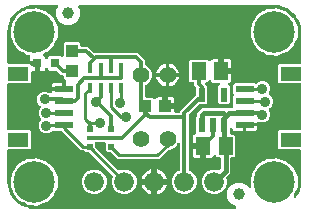
<source format=gbr>
G04 EAGLE Gerber RS-274X export*
G75*
%MOMM*%
%FSLAX34Y34*%
%LPD*%
%INTop Copper*%
%IPPOS*%
%AMOC8*
5,1,8,0,0,1.08239X$1,22.5*%
G01*
%ADD10R,1.240000X1.500000*%
%ADD11R,0.550000X1.200000*%
%ADD12R,1.075000X1.000000*%
%ADD13R,0.450000X0.900000*%
%ADD14R,0.500000X0.500000*%
%ADD15R,0.500000X0.400000*%
%ADD16C,3.516000*%
%ADD17R,1.550000X0.600000*%
%ADD18R,1.800000X1.200000*%
%ADD19C,1.000000*%
%ADD20R,0.800000X0.800000*%
%ADD21R,1.000000X1.075000*%
%ADD22C,1.676400*%
%ADD23C,1.422400*%
%ADD24C,0.304800*%
%ADD25C,0.889000*%
%ADD26C,0.254000*%
%ADD27C,0.406400*%

G36*
X195383Y2559D02*
X195383Y2559D01*
X195529Y2574D01*
X195541Y2579D01*
X195555Y2581D01*
X195690Y2634D01*
X195827Y2685D01*
X195838Y2693D01*
X195850Y2698D01*
X195968Y2783D01*
X196088Y2866D01*
X196097Y2876D01*
X196108Y2884D01*
X196201Y2997D01*
X196296Y3107D01*
X196302Y3119D01*
X196310Y3129D01*
X196372Y3261D01*
X196437Y3392D01*
X196440Y3405D01*
X196446Y3417D01*
X196473Y3559D01*
X196504Y3703D01*
X196503Y3716D01*
X196506Y3729D01*
X196497Y3874D01*
X196491Y4020D01*
X196487Y4033D01*
X196486Y4047D01*
X196441Y4185D01*
X196399Y4325D01*
X196392Y4337D01*
X196388Y4349D01*
X196310Y4472D01*
X196235Y4597D01*
X196225Y4607D01*
X196218Y4618D01*
X196112Y4718D01*
X196008Y4820D01*
X195992Y4830D01*
X195986Y4836D01*
X195971Y4844D01*
X195874Y4909D01*
X191409Y7487D01*
X188729Y12128D01*
X188729Y17488D01*
X191409Y22129D01*
X196050Y24809D01*
X201409Y24809D01*
X206051Y22129D01*
X206619Y21145D01*
X206707Y21029D01*
X206792Y20911D01*
X206803Y20902D01*
X206811Y20892D01*
X206925Y20801D01*
X207037Y20708D01*
X207050Y20703D01*
X207060Y20694D01*
X207194Y20635D01*
X207325Y20573D01*
X207338Y20570D01*
X207351Y20565D01*
X207495Y20540D01*
X207638Y20513D01*
X207651Y20514D01*
X207664Y20512D01*
X207810Y20524D01*
X207955Y20533D01*
X207968Y20537D01*
X207981Y20538D01*
X208119Y20586D01*
X208257Y20631D01*
X208269Y20638D01*
X208282Y20642D01*
X208403Y20723D01*
X208526Y20801D01*
X208535Y20811D01*
X208547Y20818D01*
X208644Y20926D01*
X208744Y21033D01*
X208751Y21044D01*
X208760Y21054D01*
X208827Y21184D01*
X208898Y21311D01*
X208901Y21324D01*
X208907Y21336D01*
X208941Y21478D01*
X208977Y21619D01*
X208978Y21637D01*
X208980Y21646D01*
X208980Y21663D01*
X208987Y21780D01*
X208987Y22822D01*
X208981Y22874D01*
X208983Y22926D01*
X208960Y23086D01*
X208468Y25400D01*
X208960Y27714D01*
X208964Y27767D01*
X208977Y27817D01*
X208987Y27978D01*
X208987Y29301D01*
X209579Y30729D01*
X209588Y30763D01*
X209604Y30795D01*
X209647Y30951D01*
X210208Y33589D01*
X211411Y35244D01*
X211444Y35305D01*
X211486Y35360D01*
X211557Y35504D01*
X211973Y36510D01*
X213209Y37746D01*
X213221Y37761D01*
X213236Y37773D01*
X213339Y37897D01*
X215129Y40361D01*
X216631Y41228D01*
X216699Y41280D01*
X216773Y41324D01*
X216875Y41414D01*
X216884Y41421D01*
X216887Y41424D01*
X216893Y41430D01*
X217490Y42027D01*
X219266Y42762D01*
X219268Y42764D01*
X219271Y42764D01*
X219415Y42836D01*
X222379Y44547D01*
X223798Y44696D01*
X223898Y44720D01*
X223999Y44734D01*
X224087Y44764D01*
X224108Y44769D01*
X224120Y44775D01*
X224151Y44786D01*
X224699Y45013D01*
X226743Y45013D01*
X226760Y45015D01*
X226876Y45020D01*
X230704Y45422D01*
X231773Y45075D01*
X231890Y45053D01*
X232005Y45023D01*
X232065Y45019D01*
X232085Y45015D01*
X232106Y45017D01*
X232165Y45013D01*
X232501Y45013D01*
X234409Y44222D01*
X234430Y44217D01*
X234503Y44188D01*
X238666Y42835D01*
X239278Y42285D01*
X239389Y42207D01*
X239497Y42126D01*
X239527Y42111D01*
X239539Y42103D01*
X239559Y42096D01*
X239641Y42055D01*
X239710Y42027D01*
X241005Y40732D01*
X241019Y40721D01*
X241053Y40686D01*
X244887Y37234D01*
X245100Y36756D01*
X245179Y36626D01*
X245450Y35971D01*
X245455Y35962D01*
X245463Y35941D01*
X248292Y29586D01*
X248292Y21214D01*
X245463Y14859D01*
X245460Y14849D01*
X245450Y14829D01*
X245194Y14211D01*
X245175Y14187D01*
X245170Y14178D01*
X245168Y14175D01*
X245163Y14165D01*
X245100Y14044D01*
X244985Y13785D01*
X244977Y13759D01*
X244964Y13736D01*
X244931Y13607D01*
X244893Y13480D01*
X244892Y13454D01*
X244885Y13428D01*
X244885Y13295D01*
X244879Y13163D01*
X244885Y13136D01*
X244885Y13110D01*
X244918Y12981D01*
X244945Y12851D01*
X244957Y12828D01*
X244964Y12802D01*
X245028Y12686D01*
X245087Y12567D01*
X245104Y12546D01*
X245117Y12523D01*
X245207Y12426D01*
X245294Y12326D01*
X245316Y12310D01*
X245334Y12291D01*
X245446Y12220D01*
X245555Y12144D01*
X245580Y12135D01*
X245603Y12120D01*
X245729Y12079D01*
X245853Y12033D01*
X245880Y12030D01*
X245905Y12022D01*
X246038Y12014D01*
X246170Y12000D01*
X246196Y12003D01*
X246223Y12002D01*
X246353Y12026D01*
X246484Y12046D01*
X246509Y12056D01*
X246535Y12061D01*
X246655Y12117D01*
X246778Y12169D01*
X246799Y12185D01*
X246823Y12196D01*
X246925Y12281D01*
X247031Y12361D01*
X247048Y12382D01*
X247068Y12398D01*
X247171Y12522D01*
X248864Y14852D01*
X248921Y14956D01*
X248985Y15056D01*
X249007Y15113D01*
X249017Y15131D01*
X249022Y15151D01*
X249044Y15206D01*
X251131Y21630D01*
X251144Y21698D01*
X251167Y21764D01*
X251190Y21923D01*
X251455Y25300D01*
X251455Y25304D01*
X251456Y25307D01*
X251455Y25326D01*
X251459Y25400D01*
X251459Y51598D01*
X251444Y51716D01*
X251437Y51835D01*
X251424Y51873D01*
X251419Y51914D01*
X251376Y52024D01*
X251339Y52137D01*
X251317Y52172D01*
X251302Y52209D01*
X251233Y52305D01*
X251169Y52406D01*
X251139Y52434D01*
X251116Y52467D01*
X251024Y52543D01*
X250937Y52624D01*
X250902Y52644D01*
X250871Y52669D01*
X250763Y52720D01*
X250659Y52778D01*
X250619Y52788D01*
X250583Y52805D01*
X250466Y52827D01*
X250351Y52857D01*
X250291Y52861D01*
X250271Y52865D01*
X250250Y52863D01*
X250190Y52867D01*
X232618Y52867D01*
X231427Y54058D01*
X231427Y67742D01*
X232618Y68933D01*
X250190Y68933D01*
X250308Y68948D01*
X250427Y68955D01*
X250465Y68968D01*
X250506Y68973D01*
X250616Y69016D01*
X250729Y69053D01*
X250764Y69075D01*
X250801Y69090D01*
X250897Y69159D01*
X250998Y69223D01*
X251026Y69253D01*
X251059Y69276D01*
X251135Y69368D01*
X251216Y69455D01*
X251236Y69490D01*
X251261Y69521D01*
X251312Y69629D01*
X251370Y69733D01*
X251380Y69773D01*
X251397Y69809D01*
X251419Y69926D01*
X251449Y70041D01*
X251453Y70101D01*
X251457Y70121D01*
X251455Y70142D01*
X251459Y70202D01*
X251459Y107598D01*
X251444Y107716D01*
X251437Y107835D01*
X251424Y107873D01*
X251419Y107914D01*
X251376Y108024D01*
X251339Y108137D01*
X251317Y108172D01*
X251302Y108209D01*
X251233Y108305D01*
X251169Y108406D01*
X251139Y108434D01*
X251116Y108467D01*
X251024Y108543D01*
X250937Y108624D01*
X250902Y108644D01*
X250871Y108669D01*
X250763Y108720D01*
X250659Y108778D01*
X250619Y108788D01*
X250583Y108805D01*
X250466Y108827D01*
X250351Y108857D01*
X250291Y108861D01*
X250271Y108865D01*
X250250Y108863D01*
X250190Y108867D01*
X232618Y108867D01*
X231427Y110058D01*
X231427Y123742D01*
X232618Y124933D01*
X250190Y124933D01*
X250308Y124948D01*
X250427Y124955D01*
X250465Y124968D01*
X250506Y124973D01*
X250616Y125016D01*
X250729Y125053D01*
X250764Y125075D01*
X250801Y125090D01*
X250897Y125159D01*
X250998Y125223D01*
X251026Y125253D01*
X251059Y125276D01*
X251135Y125368D01*
X251216Y125455D01*
X251236Y125490D01*
X251261Y125521D01*
X251312Y125629D01*
X251370Y125733D01*
X251380Y125773D01*
X251397Y125809D01*
X251419Y125926D01*
X251449Y126041D01*
X251453Y126101D01*
X251457Y126121D01*
X251455Y126142D01*
X251459Y126202D01*
X251459Y152400D01*
X251457Y152422D01*
X251455Y152500D01*
X251190Y155877D01*
X251176Y155945D01*
X251171Y156014D01*
X251131Y156170D01*
X249044Y162594D01*
X248993Y162701D01*
X248950Y162812D01*
X248917Y162863D01*
X248909Y162882D01*
X248896Y162897D01*
X248864Y162948D01*
X247171Y165278D01*
X247153Y165297D01*
X247139Y165320D01*
X247044Y165413D01*
X246953Y165509D01*
X246931Y165524D01*
X246912Y165542D01*
X246798Y165608D01*
X246792Y165624D01*
X246789Y165651D01*
X246740Y165775D01*
X246697Y165900D01*
X246682Y165922D01*
X246672Y165947D01*
X246586Y166083D01*
X244893Y168413D01*
X244812Y168499D01*
X244736Y168591D01*
X244690Y168629D01*
X244676Y168644D01*
X244658Y168655D01*
X244612Y168693D01*
X239148Y172664D01*
X239044Y172721D01*
X238944Y172785D01*
X238887Y172807D01*
X238869Y172817D01*
X238849Y172822D01*
X238794Y172844D01*
X232370Y174931D01*
X232302Y174944D01*
X232236Y174967D01*
X232077Y174990D01*
X228700Y175255D01*
X228678Y175254D01*
X228600Y175259D01*
X63744Y175259D01*
X63612Y175243D01*
X63480Y175232D01*
X63455Y175223D01*
X63428Y175219D01*
X63305Y175171D01*
X63180Y175127D01*
X63157Y175112D01*
X63132Y175102D01*
X63026Y175025D01*
X62915Y174951D01*
X62897Y174931D01*
X62875Y174916D01*
X62791Y174813D01*
X62702Y174715D01*
X62689Y174691D01*
X62672Y174671D01*
X62616Y174551D01*
X62554Y174434D01*
X62548Y174407D01*
X62537Y174383D01*
X62512Y174253D01*
X62481Y174124D01*
X62482Y174097D01*
X62477Y174071D01*
X62485Y173939D01*
X62488Y173806D01*
X62495Y173780D01*
X62497Y173753D01*
X62537Y173627D01*
X62573Y173500D01*
X62590Y173465D01*
X62595Y173451D01*
X62606Y173432D01*
X62644Y173355D01*
X64001Y171006D01*
X64001Y165646D01*
X61321Y161005D01*
X56680Y158325D01*
X51321Y158325D01*
X46679Y161005D01*
X44000Y165646D01*
X44000Y171006D01*
X45356Y173355D01*
X45408Y173478D01*
X45464Y173597D01*
X45469Y173624D01*
X45480Y173649D01*
X45499Y173780D01*
X45524Y173910D01*
X45522Y173936D01*
X45526Y173963D01*
X45512Y174095D01*
X45504Y174227D01*
X45496Y174253D01*
X45493Y174279D01*
X45447Y174404D01*
X45406Y174529D01*
X45392Y174552D01*
X45382Y174578D01*
X45307Y174686D01*
X45236Y174798D01*
X45216Y174817D01*
X45201Y174839D01*
X45101Y174925D01*
X45004Y175016D01*
X44981Y175029D01*
X44960Y175047D01*
X44842Y175106D01*
X44726Y175170D01*
X44700Y175176D01*
X44676Y175188D01*
X44546Y175216D01*
X44418Y175249D01*
X44380Y175251D01*
X44364Y175255D01*
X44343Y175254D01*
X44257Y175259D01*
X25400Y175259D01*
X25378Y175257D01*
X25300Y175255D01*
X21923Y174990D01*
X21855Y174976D01*
X21786Y174971D01*
X21630Y174931D01*
X18892Y174041D01*
X18867Y174030D01*
X18841Y174024D01*
X18724Y173963D01*
X18604Y173906D01*
X18583Y173889D01*
X18560Y173877D01*
X18462Y173789D01*
X18445Y173788D01*
X18418Y173793D01*
X18286Y173785D01*
X18153Y173783D01*
X18128Y173775D01*
X18101Y173774D01*
X17945Y173734D01*
X15206Y172844D01*
X15099Y172794D01*
X14988Y172750D01*
X14937Y172717D01*
X14918Y172709D01*
X14903Y172696D01*
X14852Y172664D01*
X9388Y168693D01*
X9301Y168612D01*
X9209Y168536D01*
X9171Y168490D01*
X9156Y168476D01*
X9145Y168458D01*
X9107Y168412D01*
X5136Y162948D01*
X5079Y162844D01*
X5015Y162744D01*
X4993Y162687D01*
X4983Y162669D01*
X4978Y162649D01*
X4956Y162594D01*
X2869Y156170D01*
X2856Y156102D01*
X2833Y156036D01*
X2810Y155877D01*
X2545Y152500D01*
X2546Y152478D01*
X2541Y152400D01*
X2541Y126202D01*
X2556Y126084D01*
X2563Y125965D01*
X2576Y125927D01*
X2581Y125886D01*
X2624Y125776D01*
X2661Y125663D01*
X2683Y125628D01*
X2698Y125591D01*
X2767Y125495D01*
X2831Y125394D01*
X2861Y125366D01*
X2884Y125333D01*
X2976Y125257D01*
X3063Y125176D01*
X3098Y125156D01*
X3129Y125131D01*
X3237Y125080D01*
X3341Y125022D01*
X3381Y125012D01*
X3417Y124995D01*
X3534Y124973D01*
X3649Y124943D01*
X3709Y124939D01*
X3729Y124935D01*
X3750Y124937D01*
X3810Y124933D01*
X21382Y124933D01*
X22212Y124102D01*
X22291Y124042D01*
X22363Y123974D01*
X22416Y123945D01*
X22464Y123908D01*
X22555Y123868D01*
X22641Y123820D01*
X22700Y123805D01*
X22755Y123781D01*
X22853Y123766D01*
X22949Y123741D01*
X23049Y123735D01*
X23069Y123731D01*
X23082Y123732D01*
X23110Y123731D01*
X26061Y123731D01*
X26061Y119189D01*
X23842Y119189D01*
X23724Y119174D01*
X23605Y119167D01*
X23567Y119154D01*
X23526Y119149D01*
X23416Y119106D01*
X23303Y119069D01*
X23268Y119047D01*
X23231Y119032D01*
X23135Y118963D01*
X23034Y118899D01*
X23006Y118869D01*
X22973Y118846D01*
X22897Y118754D01*
X22816Y118667D01*
X22796Y118632D01*
X22771Y118601D01*
X22720Y118493D01*
X22662Y118389D01*
X22652Y118349D01*
X22635Y118313D01*
X22613Y118196D01*
X22583Y118081D01*
X22579Y118021D01*
X22575Y118001D01*
X22577Y117980D01*
X22573Y117920D01*
X22573Y110058D01*
X21382Y108867D01*
X3810Y108867D01*
X3692Y108852D01*
X3573Y108845D01*
X3535Y108832D01*
X3494Y108827D01*
X3384Y108784D01*
X3271Y108747D01*
X3236Y108725D01*
X3199Y108710D01*
X3103Y108641D01*
X3002Y108577D01*
X2974Y108547D01*
X2941Y108524D01*
X2865Y108432D01*
X2784Y108345D01*
X2764Y108310D01*
X2739Y108279D01*
X2688Y108171D01*
X2630Y108067D01*
X2620Y108027D01*
X2603Y107991D01*
X2581Y107874D01*
X2551Y107759D01*
X2547Y107698D01*
X2543Y107679D01*
X2545Y107658D01*
X2541Y107598D01*
X2541Y70202D01*
X2556Y70084D01*
X2563Y69965D01*
X2576Y69927D01*
X2581Y69886D01*
X2624Y69776D01*
X2661Y69663D01*
X2683Y69628D01*
X2698Y69591D01*
X2767Y69495D01*
X2831Y69394D01*
X2861Y69366D01*
X2884Y69333D01*
X2976Y69257D01*
X3063Y69176D01*
X3098Y69156D01*
X3129Y69131D01*
X3237Y69080D01*
X3341Y69022D01*
X3381Y69012D01*
X3417Y68995D01*
X3534Y68973D01*
X3649Y68943D01*
X3709Y68939D01*
X3729Y68935D01*
X3750Y68937D01*
X3810Y68933D01*
X21382Y68933D01*
X22573Y67742D01*
X22573Y54058D01*
X21382Y52867D01*
X3810Y52867D01*
X3692Y52852D01*
X3573Y52845D01*
X3535Y52832D01*
X3494Y52827D01*
X3384Y52784D01*
X3271Y52747D01*
X3236Y52725D01*
X3199Y52710D01*
X3103Y52641D01*
X3002Y52577D01*
X2974Y52547D01*
X2941Y52524D01*
X2865Y52432D01*
X2784Y52345D01*
X2764Y52310D01*
X2739Y52279D01*
X2688Y52171D01*
X2630Y52067D01*
X2620Y52027D01*
X2603Y51991D01*
X2581Y51874D01*
X2551Y51759D01*
X2547Y51699D01*
X2543Y51679D01*
X2545Y51658D01*
X2541Y51598D01*
X2541Y25400D01*
X2543Y25378D01*
X2545Y25300D01*
X2810Y21923D01*
X2824Y21855D01*
X2829Y21786D01*
X2869Y21630D01*
X4956Y15206D01*
X5006Y15099D01*
X5050Y14988D01*
X5083Y14937D01*
X5091Y14918D01*
X5104Y14903D01*
X5136Y14852D01*
X9107Y9388D01*
X9127Y9366D01*
X9138Y9348D01*
X9184Y9305D01*
X9188Y9301D01*
X9264Y9209D01*
X9310Y9171D01*
X9324Y9156D01*
X9342Y9145D01*
X9388Y9107D01*
X14852Y5136D01*
X14956Y5079D01*
X15056Y5015D01*
X15113Y4993D01*
X15131Y4983D01*
X15151Y4978D01*
X15206Y4956D01*
X17945Y4066D01*
X17971Y4061D01*
X17996Y4051D01*
X18127Y4031D01*
X18257Y4006D01*
X18284Y4008D01*
X18310Y4004D01*
X18441Y4018D01*
X18455Y4008D01*
X18474Y3989D01*
X18585Y3917D01*
X18694Y3842D01*
X18719Y3832D01*
X18742Y3818D01*
X18891Y3759D01*
X21630Y2869D01*
X21698Y2856D01*
X21764Y2833D01*
X21923Y2810D01*
X25300Y2545D01*
X25322Y2546D01*
X25400Y2541D01*
X195239Y2541D01*
X195383Y2559D01*
G37*
%LPC*%
G36*
X99528Y14985D02*
X99528Y14985D01*
X95701Y16571D01*
X92771Y19501D01*
X91185Y23328D01*
X91185Y27472D01*
X91936Y29285D01*
X91944Y29313D01*
X91958Y29340D01*
X91986Y29466D01*
X92020Y29592D01*
X92021Y29621D01*
X92027Y29650D01*
X92023Y29780D01*
X92025Y29910D01*
X92018Y29938D01*
X92018Y29968D01*
X91981Y30092D01*
X91951Y30219D01*
X91937Y30245D01*
X91929Y30273D01*
X91863Y30385D01*
X91802Y30500D01*
X91783Y30522D01*
X91768Y30547D01*
X91661Y30668D01*
X71869Y50461D01*
X71790Y50521D01*
X71718Y50589D01*
X71665Y50618D01*
X71617Y50655D01*
X71526Y50695D01*
X71440Y50743D01*
X71381Y50758D01*
X71326Y50782D01*
X71228Y50797D01*
X71132Y50822D01*
X71032Y50828D01*
X71011Y50832D01*
X70999Y50830D01*
X70971Y50832D01*
X68938Y50832D01*
X68080Y51690D01*
X68002Y51751D01*
X67929Y51819D01*
X67876Y51848D01*
X67829Y51885D01*
X67738Y51925D01*
X67651Y51973D01*
X67592Y51988D01*
X67537Y52012D01*
X67439Y52027D01*
X67343Y52052D01*
X67243Y52058D01*
X67223Y52062D01*
X67210Y52060D01*
X67182Y52062D01*
X65197Y52062D01*
X62891Y54369D01*
X48764Y68496D01*
X48685Y68556D01*
X48613Y68624D01*
X48560Y68653D01*
X48512Y68690D01*
X48421Y68730D01*
X48335Y68778D01*
X48276Y68793D01*
X48221Y68817D01*
X48123Y68832D01*
X48027Y68857D01*
X47927Y68863D01*
X47907Y68867D01*
X47894Y68865D01*
X47866Y68867D01*
X41804Y68867D01*
X41750Y68895D01*
X41711Y68904D01*
X41673Y68920D01*
X41556Y68939D01*
X41440Y68965D01*
X41399Y68963D01*
X41359Y68970D01*
X41241Y68959D01*
X41122Y68955D01*
X41083Y68944D01*
X41043Y68940D01*
X40931Y68900D01*
X40816Y68867D01*
X40782Y68846D01*
X40743Y68832D01*
X40645Y68765D01*
X40542Y68705D01*
X40497Y68665D01*
X40480Y68654D01*
X40467Y68639D01*
X40422Y68599D01*
X39229Y67406D01*
X36849Y66420D01*
X34271Y66420D01*
X31891Y67406D01*
X30068Y69229D01*
X29082Y71609D01*
X29082Y74187D01*
X30068Y76567D01*
X30963Y77462D01*
X31036Y77556D01*
X31114Y77645D01*
X31133Y77681D01*
X31158Y77713D01*
X31205Y77822D01*
X31259Y77928D01*
X31268Y77967D01*
X31284Y78005D01*
X31303Y78122D01*
X31329Y78238D01*
X31327Y78279D01*
X31334Y78319D01*
X31323Y78437D01*
X31319Y78556D01*
X31308Y78595D01*
X31304Y78635D01*
X31264Y78747D01*
X31231Y78862D01*
X31210Y78897D01*
X31196Y78935D01*
X31129Y79033D01*
X31069Y79136D01*
X31029Y79181D01*
X31018Y79198D01*
X31002Y79211D01*
X30963Y79257D01*
X30068Y80151D01*
X29082Y82531D01*
X29082Y85109D01*
X30068Y87489D01*
X30582Y88002D01*
X30654Y88096D01*
X30733Y88186D01*
X30752Y88222D01*
X30777Y88254D01*
X30824Y88363D01*
X30878Y88469D01*
X30887Y88508D01*
X30903Y88546D01*
X30922Y88663D01*
X30948Y88779D01*
X30946Y88820D01*
X30953Y88860D01*
X30942Y88978D01*
X30938Y89097D01*
X30927Y89136D01*
X30923Y89176D01*
X30883Y89288D01*
X30850Y89403D01*
X30829Y89438D01*
X30815Y89476D01*
X30749Y89574D01*
X30688Y89677D01*
X30648Y89722D01*
X30637Y89739D01*
X30621Y89752D01*
X30582Y89797D01*
X28798Y91581D01*
X27812Y93961D01*
X27812Y96539D01*
X28798Y98919D01*
X30621Y100742D01*
X33001Y101728D01*
X35579Y101728D01*
X37959Y100742D01*
X38082Y100618D01*
X38170Y100550D01*
X38207Y100516D01*
X38225Y100506D01*
X38299Y100444D01*
X38318Y100436D01*
X38334Y100423D01*
X38462Y100368D01*
X38587Y100309D01*
X38607Y100305D01*
X38626Y100297D01*
X38763Y100275D01*
X38900Y100249D01*
X38920Y100250D01*
X38940Y100247D01*
X39078Y100260D01*
X39217Y100269D01*
X39236Y100275D01*
X39256Y100277D01*
X39387Y100324D01*
X39519Y100367D01*
X39537Y100378D01*
X39556Y100385D01*
X39671Y100463D01*
X39788Y100537D01*
X39802Y100552D01*
X39819Y100563D01*
X39911Y100667D01*
X40006Y100769D01*
X40016Y100786D01*
X40029Y100802D01*
X40093Y100926D01*
X40160Y101047D01*
X40165Y101067D01*
X40174Y101085D01*
X40204Y101221D01*
X40239Y101355D01*
X40241Y101383D01*
X40244Y101395D01*
X40243Y101416D01*
X40245Y101455D01*
X40247Y101462D01*
X40246Y101469D01*
X40249Y101516D01*
X40249Y102401D01*
X50310Y102401D01*
X50428Y102416D01*
X50547Y102423D01*
X50585Y102435D01*
X50625Y102441D01*
X50736Y102484D01*
X50849Y102521D01*
X50883Y102543D01*
X50921Y102558D01*
X51017Y102627D01*
X51118Y102691D01*
X51146Y102721D01*
X51178Y102744D01*
X51254Y102836D01*
X51336Y102923D01*
X51355Y102958D01*
X51381Y102989D01*
X51401Y103033D01*
X51477Y103088D01*
X51578Y103151D01*
X51606Y103181D01*
X51639Y103205D01*
X51715Y103296D01*
X51796Y103383D01*
X51816Y103418D01*
X51841Y103450D01*
X51892Y103557D01*
X51950Y103662D01*
X51960Y103701D01*
X51977Y103737D01*
X51999Y103854D01*
X52029Y103970D01*
X52033Y104030D01*
X52037Y104050D01*
X52035Y104070D01*
X52039Y104130D01*
X52039Y110249D01*
X52054Y110279D01*
X52059Y110299D01*
X52067Y110317D01*
X52094Y110454D01*
X52124Y110589D01*
X52123Y110610D01*
X52127Y110629D01*
X52119Y110768D01*
X52114Y110907D01*
X52109Y110927D01*
X52107Y110947D01*
X52065Y111079D01*
X52026Y111213D01*
X52016Y111230D01*
X52009Y111249D01*
X51935Y111367D01*
X51864Y111487D01*
X51846Y111508D01*
X51839Y111518D01*
X51824Y111532D01*
X51758Y111607D01*
X50219Y113147D01*
X50219Y114538D01*
X50204Y114656D01*
X50197Y114775D01*
X50184Y114813D01*
X50179Y114853D01*
X50135Y114964D01*
X50099Y115077D01*
X50077Y115111D01*
X50062Y115149D01*
X49992Y115245D01*
X49928Y115346D01*
X49899Y115373D01*
X49875Y115406D01*
X49783Y115482D01*
X49697Y115564D01*
X49661Y115583D01*
X49630Y115609D01*
X49523Y115660D01*
X49418Y115717D01*
X49379Y115727D01*
X49342Y115745D01*
X49226Y115767D01*
X49110Y115797D01*
X49050Y115800D01*
X49030Y115804D01*
X49010Y115803D01*
X48950Y115807D01*
X47953Y115807D01*
X44435Y119326D01*
X44356Y119386D01*
X44284Y119454D01*
X44231Y119483D01*
X44183Y119520D01*
X44092Y119560D01*
X44006Y119608D01*
X43947Y119623D01*
X43891Y119647D01*
X43793Y119662D01*
X43698Y119687D01*
X43598Y119693D01*
X43577Y119697D01*
X43565Y119695D01*
X43537Y119697D01*
X38218Y119697D01*
X37016Y120899D01*
X37008Y120962D01*
X36991Y121113D01*
X36988Y121119D01*
X36987Y121126D01*
X36931Y121269D01*
X36877Y121410D01*
X36873Y121416D01*
X36870Y121422D01*
X36781Y121546D01*
X36693Y121669D01*
X36688Y121674D01*
X36684Y121679D01*
X36565Y121777D01*
X36450Y121875D01*
X36444Y121878D01*
X36439Y121882D01*
X36301Y121947D01*
X36164Y122013D01*
X36157Y122015D01*
X36151Y122018D01*
X36003Y122046D01*
X35852Y122076D01*
X35845Y122076D01*
X35839Y122077D01*
X35687Y122068D01*
X35534Y122060D01*
X35528Y122058D01*
X35521Y122058D01*
X35377Y122011D01*
X35231Y121965D01*
X35225Y121962D01*
X35219Y121960D01*
X35090Y121878D01*
X34960Y121798D01*
X34956Y121793D01*
X34950Y121789D01*
X34845Y121678D01*
X34740Y121569D01*
X34737Y121563D01*
X34732Y121558D01*
X34658Y121424D01*
X34583Y121292D01*
X34581Y121283D01*
X34578Y121279D01*
X34576Y121269D01*
X34532Y121139D01*
X34428Y120749D01*
X34093Y120170D01*
X33620Y119697D01*
X33041Y119362D01*
X32394Y119189D01*
X30059Y119189D01*
X30059Y125000D01*
X30044Y125118D01*
X30037Y125237D01*
X30024Y125275D01*
X30019Y125315D01*
X29976Y125426D01*
X29939Y125539D01*
X29917Y125573D01*
X29902Y125611D01*
X29833Y125707D01*
X29769Y125808D01*
X29739Y125836D01*
X29716Y125868D01*
X29624Y125944D01*
X29537Y126026D01*
X29502Y126045D01*
X29471Y126071D01*
X29363Y126122D01*
X29259Y126179D01*
X29219Y126189D01*
X29183Y126207D01*
X29066Y126229D01*
X28951Y126259D01*
X28891Y126263D01*
X28871Y126266D01*
X28850Y126265D01*
X28790Y126269D01*
X28599Y126269D01*
X28599Y126460D01*
X28584Y126578D01*
X28577Y126697D01*
X28564Y126735D01*
X28559Y126776D01*
X28515Y126886D01*
X28479Y126999D01*
X28457Y127034D01*
X28442Y127071D01*
X28372Y127167D01*
X28309Y127268D01*
X28279Y127296D01*
X28255Y127329D01*
X28164Y127405D01*
X28077Y127486D01*
X28042Y127506D01*
X28010Y127531D01*
X27903Y127582D01*
X27798Y127640D01*
X27759Y127650D01*
X27723Y127667D01*
X27606Y127689D01*
X27490Y127719D01*
X27430Y127723D01*
X27410Y127727D01*
X27390Y127725D01*
X27330Y127729D01*
X21519Y127729D01*
X21519Y130064D01*
X21692Y130711D01*
X21899Y131068D01*
X21916Y131108D01*
X21939Y131144D01*
X21977Y131254D01*
X22022Y131362D01*
X22028Y131404D01*
X22042Y131445D01*
X22052Y131561D01*
X22069Y131676D01*
X22064Y131719D01*
X22068Y131762D01*
X22048Y131877D01*
X22036Y131992D01*
X22021Y132033D01*
X22013Y132075D01*
X21965Y132181D01*
X21925Y132291D01*
X21900Y132326D01*
X21883Y132365D01*
X21810Y132456D01*
X21743Y132552D01*
X21711Y132580D01*
X21684Y132613D01*
X21591Y132683D01*
X21503Y132760D01*
X21464Y132779D01*
X21430Y132805D01*
X21285Y132876D01*
X20951Y133014D01*
X20852Y133041D01*
X20757Y133077D01*
X20665Y133092D01*
X20644Y133098D01*
X20631Y133098D01*
X20598Y133104D01*
X19179Y133253D01*
X16215Y134964D01*
X16213Y134965D01*
X16210Y134967D01*
X16066Y135038D01*
X14290Y135773D01*
X13693Y136370D01*
X13626Y136422D01*
X13565Y136483D01*
X13451Y136558D01*
X13442Y136565D01*
X13438Y136567D01*
X13431Y136572D01*
X11929Y137439D01*
X10139Y139903D01*
X10126Y139917D01*
X10116Y139933D01*
X10009Y140054D01*
X8773Y141290D01*
X8357Y142296D01*
X8322Y142356D01*
X8297Y142420D01*
X8211Y142556D01*
X7008Y144211D01*
X6447Y146849D01*
X6436Y146883D01*
X6431Y146919D01*
X6379Y147071D01*
X5787Y148499D01*
X5787Y149822D01*
X5781Y149874D01*
X5783Y149926D01*
X5760Y150086D01*
X5268Y152400D01*
X5760Y154714D01*
X5764Y154767D01*
X5777Y154817D01*
X5787Y154978D01*
X5787Y156301D01*
X6379Y157729D01*
X6388Y157763D01*
X6404Y157795D01*
X6447Y157951D01*
X7008Y160589D01*
X8211Y162244D01*
X8244Y162305D01*
X8286Y162360D01*
X8357Y162504D01*
X8773Y163510D01*
X10009Y164746D01*
X10021Y164761D01*
X10036Y164773D01*
X10139Y164897D01*
X11929Y167361D01*
X13431Y168228D01*
X13499Y168280D01*
X13573Y168324D01*
X13675Y168414D01*
X13684Y168421D01*
X13687Y168424D01*
X13693Y168430D01*
X14290Y169027D01*
X16066Y169762D01*
X16068Y169764D01*
X16071Y169764D01*
X16215Y169836D01*
X18972Y171428D01*
X18993Y171444D01*
X19017Y171455D01*
X19119Y171540D01*
X19166Y171575D01*
X19203Y171568D01*
X19229Y171569D01*
X19256Y171565D01*
X19416Y171572D01*
X20598Y171696D01*
X20698Y171720D01*
X20799Y171734D01*
X20887Y171764D01*
X20908Y171769D01*
X20920Y171775D01*
X20951Y171786D01*
X21499Y172013D01*
X23543Y172013D01*
X23560Y172015D01*
X23676Y172020D01*
X27504Y172422D01*
X28573Y172075D01*
X28690Y172053D01*
X28805Y172023D01*
X28865Y172019D01*
X28885Y172015D01*
X28906Y172017D01*
X28965Y172013D01*
X29301Y172013D01*
X31209Y171222D01*
X31230Y171217D01*
X31303Y171188D01*
X35466Y169835D01*
X36078Y169285D01*
X36189Y169207D01*
X36297Y169126D01*
X36327Y169111D01*
X36339Y169103D01*
X36359Y169096D01*
X36441Y169055D01*
X36510Y169027D01*
X37805Y167732D01*
X37819Y167721D01*
X37853Y167686D01*
X41687Y164234D01*
X41900Y163756D01*
X41979Y163626D01*
X42250Y162971D01*
X42255Y162962D01*
X42263Y162941D01*
X45092Y156586D01*
X45092Y148214D01*
X42263Y141859D01*
X42260Y141849D01*
X42250Y141829D01*
X41994Y141211D01*
X41975Y141187D01*
X41970Y141179D01*
X41968Y141175D01*
X41963Y141164D01*
X41900Y141044D01*
X41687Y140566D01*
X37853Y137114D01*
X37841Y137100D01*
X37805Y137068D01*
X36510Y135773D01*
X36441Y135745D01*
X36324Y135678D01*
X36204Y135615D01*
X36177Y135594D01*
X36165Y135587D01*
X36150Y135572D01*
X36078Y135515D01*
X35466Y134965D01*
X33448Y134309D01*
X33351Y134264D01*
X33252Y134227D01*
X33208Y134196D01*
X33160Y134174D01*
X33078Y134106D01*
X32991Y134045D01*
X32956Y134005D01*
X32915Y133971D01*
X32852Y133885D01*
X32783Y133805D01*
X32759Y133757D01*
X32728Y133714D01*
X32688Y133615D01*
X32641Y133520D01*
X32630Y133468D01*
X32610Y133418D01*
X32597Y133313D01*
X32575Y133209D01*
X32577Y133156D01*
X32570Y133103D01*
X32584Y132997D01*
X32588Y132891D01*
X32603Y132840D01*
X32610Y132787D01*
X32649Y132688D01*
X32680Y132587D01*
X32707Y132541D01*
X32727Y132491D01*
X32789Y132405D01*
X32844Y132315D01*
X32882Y132277D01*
X32914Y132234D01*
X32996Y132166D01*
X33071Y132092D01*
X33142Y132045D01*
X33159Y132031D01*
X33173Y132024D01*
X33205Y132003D01*
X33620Y131763D01*
X34093Y131290D01*
X34428Y130711D01*
X34532Y130321D01*
X34590Y130180D01*
X34646Y130038D01*
X34650Y130033D01*
X34652Y130026D01*
X34744Y129902D01*
X34832Y129781D01*
X34838Y129776D01*
X34842Y129771D01*
X34960Y129675D01*
X35077Y129578D01*
X35084Y129575D01*
X35089Y129571D01*
X35229Y129507D01*
X35365Y129442D01*
X35372Y129441D01*
X35378Y129438D01*
X35529Y129411D01*
X35678Y129383D01*
X35684Y129383D01*
X35691Y129382D01*
X35843Y129393D01*
X35995Y129402D01*
X36001Y129404D01*
X36008Y129405D01*
X36153Y129454D01*
X36297Y129500D01*
X36303Y129504D01*
X36310Y129506D01*
X36437Y129589D01*
X36566Y129671D01*
X36571Y129676D01*
X36576Y129679D01*
X36680Y129791D01*
X36784Y129902D01*
X36787Y129908D01*
X36792Y129913D01*
X36864Y130047D01*
X36938Y130181D01*
X36939Y130187D01*
X36942Y130193D01*
X36979Y130341D01*
X37017Y130489D01*
X37018Y130498D01*
X37019Y130502D01*
X37019Y130513D01*
X37022Y130567D01*
X38218Y131763D01*
X47902Y131763D01*
X48052Y131613D01*
X48162Y131527D01*
X48269Y131439D01*
X48287Y131430D01*
X48303Y131418D01*
X48431Y131362D01*
X48557Y131303D01*
X48577Y131299D01*
X48595Y131291D01*
X48733Y131269D01*
X48869Y131243D01*
X48889Y131245D01*
X48909Y131241D01*
X49048Y131255D01*
X49187Y131263D01*
X49206Y131269D01*
X49226Y131271D01*
X49357Y131318D01*
X49489Y131361D01*
X49506Y131372D01*
X49525Y131379D01*
X49640Y131457D01*
X49758Y131531D01*
X49772Y131546D01*
X49788Y131557D01*
X49880Y131661D01*
X49976Y131763D01*
X49985Y131781D01*
X49999Y131796D01*
X50062Y131920D01*
X50129Y132041D01*
X50134Y132061D01*
X50143Y132079D01*
X50174Y132215D01*
X50209Y132349D01*
X50210Y132377D01*
X50213Y132389D01*
X50212Y132410D01*
X50219Y132510D01*
X50219Y142581D01*
X51410Y143771D01*
X63094Y143771D01*
X64284Y142581D01*
X64284Y141190D01*
X64299Y141071D01*
X64307Y140953D01*
X64319Y140914D01*
X64324Y140874D01*
X64368Y140763D01*
X64405Y140650D01*
X64426Y140616D01*
X64441Y140578D01*
X64511Y140482D01*
X64575Y140381D01*
X64604Y140354D01*
X64628Y140321D01*
X64720Y140245D01*
X64806Y140164D01*
X64842Y140144D01*
X64873Y140118D01*
X64981Y140067D01*
X65085Y140010D01*
X65124Y140000D01*
X65161Y139983D01*
X65278Y139960D01*
X65393Y139931D01*
X65453Y139927D01*
X65473Y139923D01*
X65493Y139924D01*
X65554Y139920D01*
X70850Y139920D01*
X76031Y134738D01*
X76110Y134678D01*
X76182Y134610D01*
X76235Y134581D01*
X76283Y134544D01*
X76374Y134504D01*
X76460Y134456D01*
X76519Y134441D01*
X76575Y134417D01*
X76673Y134402D01*
X76768Y134377D01*
X76868Y134371D01*
X76889Y134367D01*
X76901Y134369D01*
X76929Y134367D01*
X113233Y134367D01*
X119357Y128243D01*
X119357Y125173D01*
X119360Y125144D01*
X119358Y125114D01*
X119380Y124986D01*
X119397Y124857D01*
X119407Y124830D01*
X119412Y124801D01*
X119466Y124682D01*
X119514Y124562D01*
X119531Y124538D01*
X119543Y124511D01*
X119624Y124410D01*
X119700Y124304D01*
X119723Y124286D01*
X119742Y124263D01*
X119845Y124184D01*
X119945Y124102D01*
X119972Y124089D01*
X119996Y124071D01*
X120140Y124000D01*
X120980Y123653D01*
X123553Y121080D01*
X124945Y117719D01*
X124945Y114081D01*
X123553Y110720D01*
X120980Y108147D01*
X120140Y107800D01*
X120115Y107785D01*
X120087Y107776D01*
X120020Y107734D01*
X120015Y107732D01*
X120002Y107722D01*
X119977Y107706D01*
X119864Y107642D01*
X119843Y107622D01*
X119818Y107606D01*
X119767Y107552D01*
X119757Y107545D01*
X119735Y107518D01*
X119729Y107511D01*
X119636Y107421D01*
X119620Y107396D01*
X119600Y107374D01*
X119568Y107316D01*
X119555Y107300D01*
X119532Y107252D01*
X119469Y107150D01*
X119461Y107121D01*
X119446Y107096D01*
X119432Y107039D01*
X119419Y107012D01*
X119406Y106944D01*
X119376Y106846D01*
X119374Y106816D01*
X119367Y106788D01*
X119362Y106716D01*
X119359Y106700D01*
X119360Y106683D01*
X119357Y106627D01*
X119357Y97837D01*
X119372Y97719D01*
X119379Y97600D01*
X119392Y97562D01*
X119397Y97521D01*
X119440Y97411D01*
X119477Y97298D01*
X119499Y97263D01*
X119514Y97226D01*
X119583Y97130D01*
X119647Y97029D01*
X119677Y97001D01*
X119700Y96968D01*
X119792Y96892D01*
X119879Y96811D01*
X119914Y96791D01*
X119945Y96766D01*
X120053Y96715D01*
X120157Y96657D01*
X120197Y96647D01*
X120233Y96630D01*
X120350Y96608D01*
X120465Y96578D01*
X120525Y96574D01*
X120545Y96570D01*
X120566Y96572D01*
X120626Y96568D01*
X125352Y96568D01*
X126495Y95425D01*
X126594Y95348D01*
X126689Y95265D01*
X126720Y95250D01*
X126746Y95230D01*
X126862Y95180D01*
X126974Y95124D01*
X127007Y95117D01*
X127038Y95103D01*
X127162Y95084D01*
X127285Y95057D01*
X127319Y95059D01*
X127352Y95054D01*
X127478Y95065D01*
X127603Y95071D01*
X127635Y95080D01*
X127669Y95083D01*
X127787Y95126D01*
X127908Y95162D01*
X127936Y95180D01*
X127968Y95191D01*
X128072Y95262D01*
X128180Y95327D01*
X128203Y95351D01*
X128231Y95370D01*
X128315Y95464D01*
X128403Y95554D01*
X128429Y95594D01*
X128442Y95608D01*
X128452Y95627D01*
X128492Y95688D01*
X128727Y96095D01*
X129200Y96568D01*
X129779Y96903D01*
X130426Y97076D01*
X133636Y97076D01*
X133636Y90765D01*
X133651Y90647D01*
X133658Y90528D01*
X133670Y90490D01*
X133676Y90450D01*
X133719Y90339D01*
X133756Y90226D01*
X133778Y90192D01*
X133793Y90154D01*
X133862Y90058D01*
X133926Y89957D01*
X133956Y89929D01*
X133979Y89897D01*
X134071Y89821D01*
X134158Y89739D01*
X134193Y89720D01*
X134224Y89694D01*
X134332Y89643D01*
X134436Y89586D01*
X134476Y89576D01*
X134512Y89558D01*
X134629Y89536D01*
X134744Y89506D01*
X134804Y89502D01*
X134824Y89499D01*
X134845Y89500D01*
X134905Y89496D01*
X136096Y89496D01*
X136096Y88305D01*
X136111Y88187D01*
X136118Y88068D01*
X136131Y88030D01*
X136136Y87989D01*
X136180Y87879D01*
X136216Y87766D01*
X136238Y87731D01*
X136253Y87694D01*
X136323Y87597D01*
X136386Y87497D01*
X136416Y87469D01*
X136440Y87436D01*
X136531Y87360D01*
X136618Y87279D01*
X136653Y87259D01*
X136685Y87234D01*
X136792Y87183D01*
X136897Y87125D01*
X136936Y87115D01*
X136972Y87098D01*
X137089Y87076D01*
X137205Y87046D01*
X137265Y87042D01*
X137285Y87038D01*
X137305Y87040D01*
X137365Y87036D01*
X144051Y87036D01*
X144051Y84836D01*
X144066Y84718D01*
X144073Y84599D01*
X144086Y84561D01*
X144091Y84520D01*
X144134Y84410D01*
X144171Y84297D01*
X144193Y84262D01*
X144208Y84225D01*
X144277Y84129D01*
X144341Y84028D01*
X144371Y84000D01*
X144394Y83967D01*
X144486Y83891D01*
X144573Y83810D01*
X144608Y83790D01*
X144639Y83765D01*
X144747Y83714D01*
X144851Y83656D01*
X144891Y83646D01*
X144927Y83629D01*
X145044Y83607D01*
X145159Y83577D01*
X145219Y83573D01*
X145239Y83569D01*
X145260Y83571D01*
X145320Y83567D01*
X147574Y83567D01*
X147692Y83582D01*
X147811Y83589D01*
X147849Y83602D01*
X147890Y83607D01*
X148000Y83650D01*
X148113Y83687D01*
X148148Y83709D01*
X148185Y83724D01*
X148281Y83793D01*
X148382Y83857D01*
X148410Y83887D01*
X148443Y83910D01*
X148519Y84002D01*
X148600Y84089D01*
X148620Y84124D01*
X148645Y84155D01*
X148696Y84263D01*
X148754Y84367D01*
X148764Y84407D01*
X148781Y84443D01*
X148803Y84560D01*
X148833Y84675D01*
X148837Y84735D01*
X148841Y84755D01*
X148839Y84776D01*
X148843Y84836D01*
X148843Y85293D01*
X151298Y87748D01*
X151299Y87748D01*
X161876Y98325D01*
X161936Y98404D01*
X162004Y98476D01*
X162033Y98529D01*
X162070Y98577D01*
X162110Y98668D01*
X162158Y98754D01*
X162173Y98813D01*
X162197Y98869D01*
X162212Y98967D01*
X162237Y99062D01*
X162243Y99162D01*
X162247Y99183D01*
X162245Y99195D01*
X162247Y99223D01*
X162247Y104938D01*
X162235Y105036D01*
X162232Y105135D01*
X162215Y105193D01*
X162207Y105254D01*
X162171Y105346D01*
X162143Y105441D01*
X162113Y105493D01*
X162090Y105549D01*
X162032Y105629D01*
X161982Y105715D01*
X161916Y105790D01*
X161904Y105807D01*
X161894Y105814D01*
X161876Y105836D01*
X160933Y106778D01*
X160933Y108578D01*
X160918Y108696D01*
X160911Y108815D01*
X160898Y108853D01*
X160893Y108894D01*
X160850Y109004D01*
X160813Y109117D01*
X160791Y109152D01*
X160776Y109189D01*
X160707Y109285D01*
X160643Y109386D01*
X160613Y109414D01*
X160590Y109447D01*
X160498Y109523D01*
X160411Y109604D01*
X160376Y109624D01*
X160345Y109649D01*
X160237Y109700D01*
X160133Y109758D01*
X160093Y109768D01*
X160057Y109785D01*
X159940Y109807D01*
X159825Y109837D01*
X159765Y109841D01*
X159745Y109845D01*
X159724Y109843D01*
X159664Y109847D01*
X157448Y109847D01*
X156257Y111038D01*
X156257Y127722D01*
X157448Y128913D01*
X171532Y128913D01*
X172897Y127548D01*
X172996Y127471D01*
X173091Y127389D01*
X173121Y127374D01*
X173148Y127353D01*
X173263Y127303D01*
X173376Y127247D01*
X173409Y127240D01*
X173440Y127227D01*
X173564Y127207D01*
X173687Y127181D01*
X173721Y127182D01*
X173754Y127177D01*
X173879Y127188D01*
X174005Y127194D01*
X174037Y127203D01*
X174071Y127207D01*
X174189Y127249D01*
X174309Y127285D01*
X174338Y127303D01*
X174370Y127314D01*
X174474Y127385D01*
X174582Y127450D01*
X174605Y127474D01*
X174633Y127493D01*
X174716Y127587D01*
X174804Y127677D01*
X174831Y127717D01*
X174844Y127731D01*
X174854Y127751D01*
X174894Y127811D01*
X175257Y128440D01*
X175730Y128913D01*
X176309Y129248D01*
X176956Y129421D01*
X180951Y129421D01*
X180951Y120650D01*
X180966Y120532D01*
X180973Y120413D01*
X180986Y120375D01*
X180991Y120335D01*
X181034Y120224D01*
X181071Y120111D01*
X181093Y120076D01*
X181108Y120039D01*
X181178Y119943D01*
X181241Y119842D01*
X181271Y119814D01*
X181295Y119782D01*
X181386Y119706D01*
X181473Y119624D01*
X181508Y119605D01*
X181539Y119579D01*
X181647Y119528D01*
X181751Y119471D01*
X181791Y119460D01*
X181827Y119443D01*
X181944Y119421D01*
X182059Y119391D01*
X182120Y119387D01*
X182140Y119383D01*
X182160Y119385D01*
X182220Y119381D01*
X183491Y119381D01*
X183491Y118110D01*
X183506Y117992D01*
X183513Y117873D01*
X183526Y117835D01*
X183531Y117795D01*
X183575Y117684D01*
X183611Y117571D01*
X183633Y117536D01*
X183648Y117499D01*
X183718Y117403D01*
X183781Y117302D01*
X183811Y117274D01*
X183835Y117241D01*
X183926Y117166D01*
X184013Y117084D01*
X184048Y117064D01*
X184080Y117039D01*
X184187Y116988D01*
X184291Y116930D01*
X184331Y116920D01*
X184367Y116903D01*
X184484Y116881D01*
X184599Y116851D01*
X184660Y116847D01*
X184680Y116843D01*
X184700Y116845D01*
X184760Y116841D01*
X192231Y116841D01*
X192231Y111546D01*
X192058Y110899D01*
X191723Y110320D01*
X191250Y109847D01*
X190671Y109512D01*
X190296Y109412D01*
X190174Y109362D01*
X190049Y109317D01*
X190027Y109302D01*
X190002Y109292D01*
X189895Y109213D01*
X189786Y109139D01*
X189768Y109118D01*
X189746Y109102D01*
X189663Y108999D01*
X189575Y108900D01*
X189563Y108876D01*
X189546Y108855D01*
X189491Y108735D01*
X189431Y108617D01*
X189425Y108591D01*
X189414Y108566D01*
X189390Y108436D01*
X189361Y108307D01*
X189362Y108280D01*
X189357Y108253D01*
X189367Y108121D01*
X189371Y107989D01*
X189378Y107963D01*
X189380Y107936D01*
X189422Y107811D01*
X189459Y107683D01*
X189473Y107660D01*
X189481Y107635D01*
X189553Y107524D01*
X189621Y107409D01*
X189646Y107381D01*
X189654Y107368D01*
X189670Y107353D01*
X189727Y107289D01*
X190813Y106203D01*
X190813Y92519D01*
X189622Y91328D01*
X182438Y91328D01*
X181247Y92519D01*
X181247Y106203D01*
X182217Y107173D01*
X182302Y107282D01*
X182391Y107389D01*
X182399Y107408D01*
X182412Y107424D01*
X182467Y107552D01*
X182526Y107677D01*
X182530Y107697D01*
X182538Y107716D01*
X182560Y107854D01*
X182586Y107990D01*
X182585Y108010D01*
X182588Y108030D01*
X182575Y108169D01*
X182566Y108307D01*
X182560Y108326D01*
X182558Y108346D01*
X182511Y108477D01*
X182468Y108609D01*
X182457Y108627D01*
X182451Y108646D01*
X182372Y108761D01*
X182298Y108878D01*
X182283Y108892D01*
X182272Y108909D01*
X182168Y109001D01*
X182066Y109096D01*
X182049Y109106D01*
X182033Y109119D01*
X181910Y109182D01*
X181788Y109250D01*
X181768Y109255D01*
X181750Y109264D01*
X181614Y109294D01*
X181480Y109329D01*
X181452Y109331D01*
X181440Y109334D01*
X181419Y109333D01*
X181319Y109339D01*
X176956Y109339D01*
X176309Y109512D01*
X175730Y109847D01*
X175257Y110320D01*
X174894Y110949D01*
X174818Y111049D01*
X174747Y111153D01*
X174722Y111176D01*
X174701Y111203D01*
X174603Y111281D01*
X174509Y111364D01*
X174479Y111379D01*
X174452Y111400D01*
X174337Y111451D01*
X174225Y111509D01*
X174192Y111516D01*
X174162Y111530D01*
X174037Y111551D01*
X173915Y111578D01*
X173881Y111577D01*
X173848Y111583D01*
X173723Y111572D01*
X173597Y111569D01*
X173565Y111559D01*
X173531Y111556D01*
X173412Y111515D01*
X173292Y111480D01*
X173263Y111463D01*
X173231Y111452D01*
X173126Y111382D01*
X173018Y111319D01*
X172981Y111286D01*
X172966Y111276D01*
X172951Y111260D01*
X172897Y111212D01*
X171532Y109847D01*
X171233Y109847D01*
X171095Y109830D01*
X170956Y109817D01*
X170937Y109810D01*
X170917Y109807D01*
X170788Y109756D01*
X170657Y109709D01*
X170640Y109698D01*
X170621Y109690D01*
X170509Y109609D01*
X170394Y109531D01*
X170381Y109515D01*
X170364Y109504D01*
X170275Y109396D01*
X170183Y109292D01*
X170174Y109274D01*
X170161Y109259D01*
X170102Y109133D01*
X170039Y109009D01*
X170034Y108989D01*
X170026Y108971D01*
X170000Y108834D01*
X169969Y108699D01*
X169970Y108678D01*
X169966Y108659D01*
X169975Y108520D01*
X169979Y108381D01*
X169984Y108361D01*
X169986Y108341D01*
X170029Y108209D01*
X170067Y108075D01*
X170078Y108058D01*
X170084Y108039D01*
X170158Y107921D01*
X170229Y107801D01*
X170247Y107780D01*
X170254Y107770D01*
X170269Y107756D01*
X170335Y107681D01*
X171813Y106203D01*
X171813Y92519D01*
X170622Y91328D01*
X165464Y91328D01*
X165366Y91316D01*
X165267Y91313D01*
X165209Y91296D01*
X165148Y91288D01*
X165056Y91252D01*
X164961Y91224D01*
X164909Y91194D01*
X164853Y91171D01*
X164773Y91113D01*
X164687Y91063D01*
X164612Y90997D01*
X164595Y90985D01*
X164588Y90975D01*
X164566Y90957D01*
X156328Y82719D01*
X156268Y82640D01*
X156200Y82568D01*
X156171Y82515D01*
X156134Y82467D01*
X156094Y82376D01*
X156046Y82290D01*
X156031Y82231D01*
X156007Y82175D01*
X155992Y82077D01*
X155967Y81982D01*
X155961Y81882D01*
X155957Y81861D01*
X155959Y81849D01*
X155957Y81821D01*
X155957Y36048D01*
X155960Y36018D01*
X155958Y35989D01*
X155980Y35861D01*
X155997Y35732D01*
X156007Y35705D01*
X156012Y35676D01*
X156066Y35557D01*
X156114Y35436D01*
X156131Y35413D01*
X156143Y35386D01*
X156224Y35284D01*
X156300Y35179D01*
X156323Y35160D01*
X156342Y35137D01*
X156445Y35059D01*
X156545Y34976D01*
X156572Y34964D01*
X156596Y34946D01*
X156740Y34875D01*
X158299Y34229D01*
X161229Y31299D01*
X162815Y27472D01*
X162815Y23328D01*
X161229Y19501D01*
X158299Y16571D01*
X154472Y14985D01*
X150328Y14985D01*
X146501Y16571D01*
X143571Y19501D01*
X141985Y23328D01*
X141985Y27472D01*
X143571Y31299D01*
X146501Y34229D01*
X148060Y34875D01*
X148085Y34890D01*
X148113Y34899D01*
X148223Y34968D01*
X148336Y35033D01*
X148357Y35053D01*
X148382Y35069D01*
X148471Y35163D01*
X148564Y35254D01*
X148580Y35279D01*
X148600Y35301D01*
X148663Y35414D01*
X148731Y35525D01*
X148739Y35553D01*
X148754Y35579D01*
X148786Y35705D01*
X148824Y35829D01*
X148826Y35858D01*
X148833Y35887D01*
X148843Y36048D01*
X148843Y57318D01*
X148835Y57387D01*
X148836Y57457D01*
X148815Y57544D01*
X148803Y57633D01*
X148778Y57698D01*
X148761Y57766D01*
X148719Y57846D01*
X148686Y57929D01*
X148645Y57985D01*
X148613Y58047D01*
X148552Y58114D01*
X148500Y58186D01*
X148446Y58231D01*
X148399Y58283D01*
X148324Y58332D01*
X148255Y58389D01*
X148191Y58419D01*
X148133Y58457D01*
X148048Y58487D01*
X147967Y58525D01*
X147898Y58538D01*
X147832Y58561D01*
X147743Y58568D01*
X147655Y58585D01*
X147585Y58580D01*
X147515Y58586D01*
X147427Y58570D01*
X147337Y58565D01*
X147271Y58543D01*
X147202Y58531D01*
X147120Y58494D01*
X147035Y58467D01*
X146976Y58429D01*
X146912Y58401D01*
X146842Y58345D01*
X146766Y58297D01*
X146718Y58246D01*
X146664Y58202D01*
X146609Y58130D01*
X146548Y58065D01*
X146514Y58004D01*
X146472Y57948D01*
X146401Y57804D01*
X145953Y56720D01*
X143380Y54147D01*
X140019Y52755D01*
X139232Y52755D01*
X139134Y52743D01*
X139035Y52740D01*
X138976Y52723D01*
X138916Y52715D01*
X138824Y52679D01*
X138729Y52651D01*
X138677Y52621D01*
X138621Y52598D01*
X138541Y52540D01*
X138455Y52490D01*
X138380Y52424D01*
X138363Y52412D01*
X138355Y52402D01*
X138334Y52384D01*
X130908Y44957D01*
X96017Y44957D01*
X90514Y50461D01*
X90435Y50521D01*
X90363Y50589D01*
X90310Y50618D01*
X90262Y50655D01*
X90171Y50695D01*
X90085Y50743D01*
X90026Y50758D01*
X89971Y50782D01*
X89873Y50797D01*
X89777Y50822D01*
X89677Y50828D01*
X89656Y50832D01*
X89644Y50830D01*
X89616Y50832D01*
X86938Y50832D01*
X85747Y52023D01*
X85747Y58039D01*
X85732Y58157D01*
X85725Y58276D01*
X85712Y58314D01*
X85707Y58355D01*
X85664Y58465D01*
X85627Y58578D01*
X85605Y58613D01*
X85590Y58650D01*
X85521Y58746D01*
X85457Y58847D01*
X85427Y58875D01*
X85404Y58908D01*
X85312Y58984D01*
X85225Y59065D01*
X85190Y59085D01*
X85159Y59110D01*
X85051Y59161D01*
X84947Y59219D01*
X84907Y59229D01*
X84871Y59246D01*
X84754Y59268D01*
X84639Y59298D01*
X84579Y59302D01*
X84559Y59306D01*
X84538Y59304D01*
X84478Y59308D01*
X78082Y59308D01*
X77964Y59293D01*
X77845Y59286D01*
X77807Y59273D01*
X77766Y59268D01*
X77656Y59225D01*
X77543Y59188D01*
X77508Y59166D01*
X77471Y59151D01*
X77375Y59082D01*
X77274Y59018D01*
X77246Y58988D01*
X77213Y58965D01*
X77137Y58873D01*
X77056Y58786D01*
X77036Y58751D01*
X77011Y58720D01*
X76960Y58612D01*
X76902Y58508D01*
X76892Y58468D01*
X76875Y58432D01*
X76853Y58315D01*
X76823Y58200D01*
X76819Y58140D01*
X76815Y58120D01*
X76817Y58099D01*
X76813Y58039D01*
X76813Y55384D01*
X76825Y55286D01*
X76828Y55187D01*
X76845Y55128D01*
X76853Y55068D01*
X76889Y54976D01*
X76917Y54881D01*
X76947Y54829D01*
X76970Y54773D01*
X77028Y54693D01*
X77078Y54607D01*
X77144Y54532D01*
X77156Y54515D01*
X77166Y54507D01*
X77184Y54486D01*
X96332Y35339D01*
X96355Y35321D01*
X96374Y35298D01*
X96480Y35224D01*
X96583Y35144D01*
X96610Y35132D01*
X96634Y35115D01*
X96756Y35069D01*
X96875Y35018D01*
X96904Y35013D01*
X96932Y35002D01*
X97061Y34988D01*
X97189Y34968D01*
X97219Y34970D01*
X97248Y34967D01*
X97376Y34985D01*
X97506Y34997D01*
X97534Y35007D01*
X97563Y35012D01*
X97715Y35064D01*
X99528Y35815D01*
X103672Y35815D01*
X107499Y34229D01*
X110429Y31299D01*
X112015Y27472D01*
X112015Y23328D01*
X110429Y19501D01*
X107499Y16571D01*
X103672Y14985D01*
X99528Y14985D01*
G37*
%LPD*%
%LPC*%
G36*
X175728Y14985D02*
X175728Y14985D01*
X171901Y16571D01*
X168971Y19501D01*
X167385Y23328D01*
X167385Y27472D01*
X168971Y31299D01*
X171901Y34229D01*
X175728Y35815D01*
X179872Y35815D01*
X180923Y35379D01*
X180951Y35372D01*
X180978Y35358D01*
X181104Y35330D01*
X181230Y35295D01*
X181259Y35295D01*
X181288Y35288D01*
X181417Y35292D01*
X181548Y35290D01*
X181576Y35297D01*
X181606Y35298D01*
X181730Y35334D01*
X181857Y35364D01*
X181883Y35378D01*
X181911Y35386D01*
X182023Y35452D01*
X182138Y35513D01*
X182160Y35533D01*
X182185Y35548D01*
X182306Y35654D01*
X182864Y36212D01*
X182924Y36290D01*
X182992Y36362D01*
X183021Y36415D01*
X183058Y36463D01*
X183098Y36554D01*
X183146Y36641D01*
X183161Y36699D01*
X183185Y36755D01*
X183200Y36853D01*
X183225Y36949D01*
X183231Y37049D01*
X183235Y37069D01*
X183233Y37081D01*
X183235Y37109D01*
X183235Y45078D01*
X183220Y45196D01*
X183213Y45315D01*
X183200Y45353D01*
X183195Y45394D01*
X183152Y45504D01*
X183115Y45617D01*
X183093Y45652D01*
X183078Y45689D01*
X183009Y45785D01*
X182945Y45886D01*
X182915Y45914D01*
X182892Y45947D01*
X182800Y46023D01*
X182713Y46104D01*
X182678Y46124D01*
X182647Y46149D01*
X182539Y46200D01*
X182435Y46258D01*
X182395Y46268D01*
X182359Y46285D01*
X182242Y46307D01*
X182127Y46337D01*
X182067Y46341D01*
X182047Y46345D01*
X182026Y46343D01*
X181966Y46347D01*
X180258Y46347D01*
X178893Y47712D01*
X178794Y47789D01*
X178699Y47871D01*
X178669Y47886D01*
X178642Y47907D01*
X178526Y47957D01*
X178414Y48013D01*
X178381Y48020D01*
X178350Y48033D01*
X178226Y48053D01*
X178103Y48079D01*
X178069Y48078D01*
X178036Y48083D01*
X177910Y48071D01*
X177785Y48066D01*
X177753Y48057D01*
X177719Y48053D01*
X177601Y48011D01*
X177481Y47975D01*
X177452Y47957D01*
X177420Y47946D01*
X177316Y47875D01*
X177208Y47810D01*
X177185Y47786D01*
X177157Y47767D01*
X177074Y47673D01*
X176986Y47583D01*
X176958Y47543D01*
X176946Y47529D01*
X176937Y47510D01*
X176896Y47449D01*
X176533Y46820D01*
X176060Y46347D01*
X175481Y46012D01*
X174834Y45839D01*
X170839Y45839D01*
X170839Y54610D01*
X170824Y54728D01*
X170817Y54847D01*
X170804Y54885D01*
X170799Y54925D01*
X170755Y55036D01*
X170719Y55149D01*
X170697Y55184D01*
X170682Y55221D01*
X170612Y55317D01*
X170549Y55418D01*
X170519Y55446D01*
X170495Y55478D01*
X170404Y55554D01*
X170317Y55636D01*
X170282Y55655D01*
X170250Y55681D01*
X170143Y55732D01*
X170039Y55789D01*
X169999Y55800D01*
X169963Y55817D01*
X169846Y55839D01*
X169731Y55869D01*
X169670Y55873D01*
X169650Y55877D01*
X169630Y55875D01*
X169570Y55879D01*
X168299Y55879D01*
X168299Y57150D01*
X168284Y57268D01*
X168277Y57387D01*
X168264Y57425D01*
X168259Y57465D01*
X168215Y57576D01*
X168179Y57689D01*
X168157Y57724D01*
X168142Y57761D01*
X168072Y57857D01*
X168009Y57958D01*
X167979Y57986D01*
X167955Y58018D01*
X167864Y58094D01*
X167777Y58176D01*
X167742Y58195D01*
X167710Y58221D01*
X167603Y58272D01*
X167499Y58329D01*
X167459Y58340D01*
X167423Y58357D01*
X167306Y58379D01*
X167191Y58409D01*
X167130Y58413D01*
X167110Y58417D01*
X167090Y58415D01*
X167030Y58419D01*
X159559Y58419D01*
X159559Y63714D01*
X159732Y64361D01*
X160067Y64940D01*
X160540Y65413D01*
X161119Y65748D01*
X161306Y65798D01*
X161411Y65840D01*
X161517Y65875D01*
X161557Y65900D01*
X161601Y65918D01*
X161691Y65985D01*
X161786Y66045D01*
X161818Y66079D01*
X161856Y66107D01*
X161927Y66195D01*
X162004Y66277D01*
X162027Y66318D01*
X162057Y66355D01*
X162103Y66457D01*
X162158Y66555D01*
X162169Y66601D01*
X162189Y66644D01*
X162209Y66754D01*
X162237Y66863D01*
X162242Y66935D01*
X162245Y66957D01*
X162244Y66975D01*
X162247Y67024D01*
X162247Y80201D01*
X162593Y80547D01*
X162654Y80625D01*
X162722Y80698D01*
X162751Y80751D01*
X162788Y80798D01*
X162828Y80889D01*
X162876Y80976D01*
X162891Y81035D01*
X162915Y81090D01*
X162930Y81188D01*
X162955Y81284D01*
X162961Y81384D01*
X162965Y81404D01*
X162963Y81417D01*
X162965Y81445D01*
X162965Y83624D01*
X167226Y87885D01*
X187116Y87885D01*
X187150Y87858D01*
X187187Y87824D01*
X187195Y87819D01*
X187246Y87774D01*
X187282Y87756D01*
X187314Y87731D01*
X187423Y87684D01*
X187529Y87630D01*
X187569Y87621D01*
X187606Y87605D01*
X187723Y87586D01*
X187839Y87560D01*
X187880Y87561D01*
X187920Y87555D01*
X188039Y87566D01*
X188157Y87570D01*
X188196Y87581D01*
X188236Y87585D01*
X188348Y87625D01*
X188463Y87658D01*
X188498Y87679D01*
X188536Y87692D01*
X188634Y87759D01*
X188737Y87820D01*
X188782Y87859D01*
X188799Y87871D01*
X188812Y87886D01*
X188858Y87926D01*
X188896Y87965D01*
X192706Y87965D01*
X192844Y87982D01*
X192983Y87995D01*
X193002Y88002D01*
X193022Y88005D01*
X193151Y88056D01*
X193282Y88103D01*
X193299Y88114D01*
X193318Y88122D01*
X193430Y88203D01*
X193545Y88281D01*
X193558Y88297D01*
X193575Y88308D01*
X193664Y88416D01*
X193756Y88520D01*
X193765Y88538D01*
X193778Y88553D01*
X193837Y88679D01*
X193900Y88803D01*
X193905Y88823D01*
X193913Y88841D01*
X193939Y88977D01*
X193970Y89113D01*
X193969Y89133D01*
X193973Y89153D01*
X193964Y89292D01*
X193960Y89431D01*
X193955Y89451D01*
X193953Y89471D01*
X193910Y89603D01*
X193872Y89737D01*
X193861Y89754D01*
X193855Y89773D01*
X193781Y89891D01*
X193710Y90011D01*
X193692Y90032D01*
X193685Y90042D01*
X193677Y90049D01*
X193677Y97742D01*
X193938Y98002D01*
X194011Y98097D01*
X194090Y98186D01*
X194108Y98222D01*
X194133Y98254D01*
X194180Y98363D01*
X194234Y98469D01*
X194243Y98508D01*
X194259Y98546D01*
X194278Y98663D01*
X194304Y98779D01*
X194303Y98820D01*
X194309Y98860D01*
X194298Y98978D01*
X194294Y99097D01*
X194283Y99136D01*
X194279Y99176D01*
X194239Y99288D01*
X194206Y99403D01*
X194185Y99438D01*
X194172Y99476D01*
X194105Y99574D01*
X194044Y99677D01*
X194004Y99722D01*
X193993Y99739D01*
X193978Y99752D01*
X193938Y99797D01*
X193677Y100058D01*
X193677Y107742D01*
X194868Y108933D01*
X212052Y108933D01*
X212164Y108820D01*
X212259Y108747D01*
X212348Y108669D01*
X212384Y108650D01*
X212416Y108625D01*
X212525Y108578D01*
X212631Y108524D01*
X212670Y108515D01*
X212707Y108499D01*
X212825Y108480D01*
X212941Y108454D01*
X212982Y108456D01*
X213022Y108449D01*
X213140Y108460D01*
X213259Y108464D01*
X213298Y108475D01*
X213338Y108479D01*
X213450Y108519D01*
X213565Y108552D01*
X213599Y108573D01*
X213637Y108587D01*
X213736Y108653D01*
X213839Y108714D01*
X213884Y108754D01*
X213901Y108765D01*
X213914Y108780D01*
X213959Y108820D01*
X214771Y109632D01*
X217151Y110618D01*
X219729Y110618D01*
X222109Y109632D01*
X223932Y107809D01*
X224918Y105429D01*
X224918Y102851D01*
X223900Y100394D01*
X223868Y100279D01*
X223830Y100166D01*
X223827Y100126D01*
X223816Y100087D01*
X223814Y99968D01*
X223805Y99849D01*
X223811Y99810D01*
X223811Y99769D01*
X223839Y99653D01*
X223859Y99536D01*
X223875Y99499D01*
X223885Y99460D01*
X223941Y99354D01*
X223990Y99246D01*
X224015Y99214D01*
X224034Y99179D01*
X224114Y99091D01*
X224188Y98998D01*
X224220Y98973D01*
X224248Y98943D01*
X224347Y98878D01*
X224442Y98806D01*
X224496Y98780D01*
X224513Y98769D01*
X224533Y98762D01*
X224587Y98735D01*
X224649Y98710D01*
X226472Y96887D01*
X227458Y94507D01*
X227458Y91929D01*
X226472Y89549D01*
X224649Y87726D01*
X224587Y87701D01*
X224484Y87642D01*
X224376Y87589D01*
X224346Y87563D01*
X224310Y87543D01*
X224225Y87460D01*
X224134Y87383D01*
X224111Y87350D01*
X224082Y87322D01*
X224020Y87220D01*
X223951Y87123D01*
X223937Y87085D01*
X223916Y87051D01*
X223881Y86937D01*
X223839Y86825D01*
X223834Y86785D01*
X223822Y86747D01*
X223816Y86628D01*
X223803Y86509D01*
X223809Y86469D01*
X223807Y86429D01*
X223831Y86312D01*
X223848Y86194D01*
X223867Y86138D01*
X223871Y86118D01*
X223880Y86099D01*
X223900Y86042D01*
X224918Y83585D01*
X224918Y81007D01*
X223932Y78627D01*
X222109Y76804D01*
X219729Y75818D01*
X217151Y75818D01*
X215506Y76500D01*
X215458Y76513D01*
X215413Y76534D01*
X215305Y76555D01*
X215199Y76584D01*
X215149Y76585D01*
X215100Y76594D01*
X214991Y76587D01*
X214881Y76589D01*
X214833Y76577D01*
X214783Y76574D01*
X214679Y76540D01*
X214572Y76515D01*
X214528Y76492D01*
X214481Y76476D01*
X214388Y76417D01*
X214291Y76366D01*
X214254Y76333D01*
X214212Y76306D01*
X214137Y76226D01*
X214055Y76152D01*
X214028Y76111D01*
X213994Y76074D01*
X213941Y75978D01*
X213881Y75886D01*
X213864Y75839D01*
X213840Y75796D01*
X213813Y75690D01*
X213777Y75586D01*
X213773Y75536D01*
X213761Y75488D01*
X213755Y75399D01*
X203690Y75399D01*
X203572Y75384D01*
X203453Y75377D01*
X203415Y75364D01*
X203375Y75359D01*
X203264Y75316D01*
X203151Y75279D01*
X203117Y75257D01*
X203079Y75242D01*
X202983Y75173D01*
X202882Y75109D01*
X202854Y75079D01*
X202822Y75056D01*
X202746Y74964D01*
X202664Y74877D01*
X202645Y74842D01*
X202619Y74811D01*
X202599Y74768D01*
X202522Y74712D01*
X202422Y74649D01*
X202394Y74619D01*
X202361Y74595D01*
X202285Y74504D01*
X202204Y74417D01*
X202184Y74382D01*
X202159Y74350D01*
X202108Y74243D01*
X202050Y74138D01*
X202040Y74099D01*
X202023Y74063D01*
X202001Y73946D01*
X201971Y73830D01*
X201967Y73770D01*
X201963Y73750D01*
X201965Y73730D01*
X201961Y73670D01*
X201961Y68359D01*
X195376Y68359D01*
X194729Y68532D01*
X194150Y68867D01*
X193677Y69340D01*
X193342Y69919D01*
X193308Y70048D01*
X193250Y70190D01*
X193194Y70331D01*
X193190Y70336D01*
X193188Y70342D01*
X193097Y70464D01*
X193008Y70588D01*
X193002Y70592D01*
X192998Y70598D01*
X192880Y70693D01*
X192763Y70791D01*
X192757Y70794D01*
X192751Y70798D01*
X192611Y70862D01*
X192475Y70926D01*
X192468Y70928D01*
X192462Y70930D01*
X192311Y70958D01*
X192162Y70986D01*
X192156Y70986D01*
X192149Y70987D01*
X191997Y70976D01*
X191845Y70966D01*
X191839Y70964D01*
X191832Y70964D01*
X191688Y70915D01*
X191543Y70868D01*
X191537Y70865D01*
X191531Y70863D01*
X191402Y70780D01*
X191274Y70698D01*
X191269Y70693D01*
X191264Y70690D01*
X191161Y70578D01*
X191056Y70467D01*
X191053Y70461D01*
X191048Y70456D01*
X190976Y70321D01*
X190902Y70188D01*
X190901Y70182D01*
X190898Y70176D01*
X190861Y70026D01*
X190823Y69880D01*
X190822Y69871D01*
X190821Y69867D01*
X190821Y69856D01*
X190813Y69719D01*
X190813Y66682D01*
X190828Y66564D01*
X190835Y66445D01*
X190848Y66407D01*
X190853Y66366D01*
X190896Y66256D01*
X190933Y66143D01*
X190955Y66108D01*
X190970Y66071D01*
X191039Y65975D01*
X191103Y65874D01*
X191133Y65846D01*
X191156Y65813D01*
X191248Y65737D01*
X191335Y65656D01*
X191370Y65636D01*
X191401Y65611D01*
X191509Y65560D01*
X191613Y65502D01*
X191653Y65492D01*
X191689Y65475D01*
X191806Y65453D01*
X191921Y65423D01*
X191981Y65419D01*
X192001Y65415D01*
X192022Y65417D01*
X192082Y65413D01*
X194342Y65413D01*
X195533Y64222D01*
X195533Y47538D01*
X194342Y46347D01*
X192634Y46347D01*
X192516Y46332D01*
X192397Y46325D01*
X192359Y46312D01*
X192318Y46307D01*
X192208Y46264D01*
X192095Y46227D01*
X192060Y46205D01*
X192023Y46190D01*
X191927Y46121D01*
X191826Y46057D01*
X191798Y46027D01*
X191765Y46004D01*
X191689Y45912D01*
X191608Y45825D01*
X191588Y45790D01*
X191563Y45759D01*
X191512Y45651D01*
X191454Y45547D01*
X191444Y45507D01*
X191427Y45471D01*
X191405Y45354D01*
X191375Y45239D01*
X191371Y45179D01*
X191367Y45159D01*
X191369Y45138D01*
X191365Y45078D01*
X191365Y33216D01*
X188054Y29906D01*
X188036Y29883D01*
X188014Y29864D01*
X187939Y29758D01*
X187859Y29655D01*
X187848Y29628D01*
X187831Y29604D01*
X187785Y29482D01*
X187733Y29363D01*
X187729Y29334D01*
X187718Y29306D01*
X187704Y29177D01*
X187683Y29049D01*
X187686Y29019D01*
X187683Y28990D01*
X187701Y28862D01*
X187713Y28732D01*
X187723Y28704D01*
X187727Y28675D01*
X187779Y28523D01*
X188215Y27472D01*
X188215Y23328D01*
X186629Y19501D01*
X183699Y16571D01*
X179872Y14985D01*
X175728Y14985D01*
G37*
%LPD*%
%LPC*%
G36*
X226876Y132780D02*
X226876Y132780D01*
X226858Y132780D01*
X226743Y132787D01*
X224699Y132787D01*
X224151Y133014D01*
X224052Y133041D01*
X223957Y133077D01*
X223865Y133092D01*
X223844Y133098D01*
X223831Y133098D01*
X223798Y133104D01*
X222379Y133253D01*
X219415Y134964D01*
X219413Y134965D01*
X219410Y134967D01*
X219266Y135038D01*
X217490Y135773D01*
X216893Y136370D01*
X216826Y136422D01*
X216765Y136483D01*
X216651Y136558D01*
X216642Y136565D01*
X216638Y136567D01*
X216631Y136572D01*
X215129Y137439D01*
X213339Y139903D01*
X213326Y139917D01*
X213316Y139933D01*
X213209Y140054D01*
X211973Y141290D01*
X211557Y142296D01*
X211522Y142356D01*
X211497Y142420D01*
X211411Y142556D01*
X210208Y144211D01*
X209647Y146849D01*
X209636Y146883D01*
X209631Y146919D01*
X209579Y147071D01*
X208987Y148499D01*
X208987Y149822D01*
X208981Y149874D01*
X208983Y149926D01*
X208960Y150086D01*
X208468Y152400D01*
X208960Y154714D01*
X208964Y154767D01*
X208977Y154817D01*
X208987Y154978D01*
X208987Y156301D01*
X209579Y157729D01*
X209588Y157763D01*
X209604Y157795D01*
X209647Y157951D01*
X210208Y160589D01*
X211411Y162244D01*
X211444Y162305D01*
X211486Y162360D01*
X211557Y162504D01*
X211973Y163510D01*
X213209Y164746D01*
X213221Y164761D01*
X213236Y164773D01*
X213339Y164897D01*
X215129Y167361D01*
X216631Y168228D01*
X216699Y168280D01*
X216773Y168324D01*
X216875Y168414D01*
X216884Y168421D01*
X216887Y168424D01*
X216893Y168430D01*
X217490Y169027D01*
X219266Y169762D01*
X219268Y169764D01*
X219271Y169764D01*
X219415Y169836D01*
X222379Y171547D01*
X223798Y171696D01*
X223898Y171720D01*
X223999Y171734D01*
X224087Y171764D01*
X224108Y171769D01*
X224120Y171775D01*
X224151Y171786D01*
X224699Y172013D01*
X226743Y172013D01*
X226760Y172015D01*
X226876Y172020D01*
X230704Y172422D01*
X231773Y172075D01*
X231890Y172053D01*
X232005Y172023D01*
X232065Y172019D01*
X232085Y172015D01*
X232106Y172017D01*
X232165Y172013D01*
X232501Y172013D01*
X234409Y171222D01*
X234430Y171217D01*
X234503Y171188D01*
X238666Y169835D01*
X239278Y169285D01*
X239389Y169207D01*
X239497Y169126D01*
X239527Y169111D01*
X239539Y169103D01*
X239559Y169096D01*
X239641Y169055D01*
X239710Y169027D01*
X241005Y167732D01*
X241019Y167721D01*
X241053Y167686D01*
X244710Y164393D01*
X244732Y164378D01*
X244750Y164359D01*
X244862Y164287D01*
X244910Y164254D01*
X244914Y164217D01*
X244924Y164192D01*
X244929Y164166D01*
X244985Y164015D01*
X245100Y163756D01*
X245179Y163626D01*
X245450Y162971D01*
X245455Y162962D01*
X245463Y162941D01*
X248292Y156586D01*
X248292Y148214D01*
X245463Y141859D01*
X245460Y141849D01*
X245450Y141829D01*
X245194Y141211D01*
X245175Y141187D01*
X245170Y141179D01*
X245168Y141175D01*
X245163Y141164D01*
X245100Y141044D01*
X244887Y140566D01*
X241053Y137114D01*
X241041Y137100D01*
X241005Y137068D01*
X239710Y135773D01*
X239641Y135745D01*
X239524Y135678D01*
X239404Y135615D01*
X239377Y135594D01*
X239365Y135587D01*
X239350Y135572D01*
X239278Y135515D01*
X238666Y134965D01*
X234502Y133612D01*
X234483Y133603D01*
X234409Y133577D01*
X232501Y132787D01*
X232165Y132787D01*
X232047Y132772D01*
X231929Y132765D01*
X231870Y132750D01*
X231850Y132747D01*
X231831Y132740D01*
X231773Y132725D01*
X230704Y132378D01*
X226876Y132780D01*
G37*
%LPD*%
%LPC*%
G36*
X23676Y5780D02*
X23676Y5780D01*
X23658Y5780D01*
X23543Y5787D01*
X21499Y5787D01*
X20951Y6014D01*
X20852Y6041D01*
X20757Y6077D01*
X20665Y6092D01*
X20644Y6098D01*
X20631Y6098D01*
X20598Y6104D01*
X19416Y6228D01*
X19390Y6227D01*
X19364Y6232D01*
X19231Y6224D01*
X19173Y6223D01*
X19147Y6250D01*
X19125Y6265D01*
X19106Y6283D01*
X18972Y6372D01*
X16215Y7964D01*
X16213Y7965D01*
X16210Y7967D01*
X16066Y8038D01*
X14290Y8773D01*
X13693Y9370D01*
X13626Y9422D01*
X13565Y9483D01*
X13451Y9558D01*
X13442Y9565D01*
X13438Y9567D01*
X13431Y9572D01*
X11929Y10439D01*
X10139Y12903D01*
X10126Y12917D01*
X10116Y12933D01*
X10009Y13054D01*
X8773Y14290D01*
X8357Y15296D01*
X8322Y15356D01*
X8297Y15420D01*
X8211Y15556D01*
X7008Y17211D01*
X6447Y19849D01*
X6436Y19883D01*
X6431Y19919D01*
X6379Y20071D01*
X5787Y21499D01*
X5787Y22822D01*
X5781Y22874D01*
X5783Y22926D01*
X5760Y23086D01*
X5268Y25400D01*
X5760Y27714D01*
X5764Y27767D01*
X5777Y27817D01*
X5787Y27978D01*
X5787Y29301D01*
X6379Y30729D01*
X6388Y30763D01*
X6404Y30795D01*
X6447Y30951D01*
X7008Y33589D01*
X8211Y35244D01*
X8244Y35305D01*
X8286Y35360D01*
X8357Y35504D01*
X8773Y36510D01*
X10009Y37746D01*
X10021Y37761D01*
X10036Y37773D01*
X10139Y37897D01*
X11929Y40361D01*
X13431Y41228D01*
X13499Y41280D01*
X13573Y41324D01*
X13675Y41414D01*
X13684Y41421D01*
X13687Y41424D01*
X13693Y41430D01*
X14290Y42027D01*
X16066Y42762D01*
X16068Y42764D01*
X16071Y42764D01*
X16215Y42836D01*
X19179Y44547D01*
X20598Y44696D01*
X20698Y44720D01*
X20799Y44734D01*
X20887Y44764D01*
X20908Y44769D01*
X20920Y44775D01*
X20951Y44786D01*
X21499Y45013D01*
X23543Y45013D01*
X23560Y45015D01*
X23676Y45020D01*
X27504Y45422D01*
X28573Y45075D01*
X28690Y45053D01*
X28805Y45023D01*
X28865Y45019D01*
X28885Y45015D01*
X28906Y45017D01*
X28965Y45013D01*
X29301Y45013D01*
X31209Y44222D01*
X31230Y44217D01*
X31303Y44188D01*
X35466Y42835D01*
X36078Y42285D01*
X36189Y42207D01*
X36297Y42126D01*
X36327Y42111D01*
X36339Y42103D01*
X36359Y42096D01*
X36441Y42055D01*
X36510Y42027D01*
X37805Y40732D01*
X37819Y40721D01*
X37853Y40686D01*
X41687Y37234D01*
X41900Y36756D01*
X41979Y36626D01*
X42250Y35971D01*
X42255Y35962D01*
X42263Y35941D01*
X45092Y29586D01*
X45092Y21214D01*
X42263Y14859D01*
X42260Y14849D01*
X42250Y14829D01*
X41994Y14211D01*
X41975Y14187D01*
X41970Y14179D01*
X41968Y14175D01*
X41963Y14164D01*
X41900Y14044D01*
X41687Y13566D01*
X37853Y10114D01*
X37841Y10100D01*
X37805Y10068D01*
X36510Y8773D01*
X36441Y8745D01*
X36324Y8678D01*
X36204Y8615D01*
X36177Y8594D01*
X36165Y8587D01*
X36150Y8572D01*
X36078Y8515D01*
X35466Y7965D01*
X31302Y6612D01*
X31283Y6603D01*
X31209Y6577D01*
X29301Y5787D01*
X28965Y5787D01*
X28847Y5772D01*
X28729Y5765D01*
X28670Y5750D01*
X28650Y5747D01*
X28631Y5740D01*
X28573Y5725D01*
X27504Y5378D01*
X23676Y5780D01*
G37*
%LPD*%
%LPC*%
G36*
X74128Y14985D02*
X74128Y14985D01*
X70301Y16571D01*
X67371Y19501D01*
X65785Y23328D01*
X65785Y27472D01*
X67371Y31299D01*
X70301Y34229D01*
X74128Y35815D01*
X78272Y35815D01*
X82099Y34229D01*
X85029Y31299D01*
X86615Y27472D01*
X86615Y23328D01*
X85029Y19501D01*
X82099Y16571D01*
X78272Y14985D01*
X74128Y14985D01*
G37*
%LPD*%
%LPC*%
G36*
X139699Y117399D02*
X139699Y117399D01*
X139699Y125436D01*
X140460Y125315D01*
X141905Y124846D01*
X143259Y124156D01*
X144488Y123263D01*
X145563Y122188D01*
X146456Y120959D01*
X147146Y119605D01*
X147615Y118160D01*
X147736Y117399D01*
X139699Y117399D01*
G37*
%LPD*%
%LPC*%
G36*
X128664Y117399D02*
X128664Y117399D01*
X128785Y118160D01*
X129254Y119605D01*
X129944Y120959D01*
X130837Y122188D01*
X131912Y123263D01*
X133141Y124156D01*
X134495Y124846D01*
X135940Y125315D01*
X136701Y125436D01*
X136701Y117399D01*
X128664Y117399D01*
G37*
%LPD*%
%LPC*%
G36*
X139699Y114401D02*
X139699Y114401D01*
X147736Y114401D01*
X147615Y113640D01*
X147146Y112195D01*
X146456Y110841D01*
X145563Y109612D01*
X144488Y108537D01*
X143259Y107644D01*
X141905Y106954D01*
X140460Y106485D01*
X139699Y106364D01*
X139699Y114401D01*
G37*
%LPD*%
%LPC*%
G36*
X135940Y106485D02*
X135940Y106485D01*
X134495Y106954D01*
X133141Y107644D01*
X131912Y108537D01*
X130837Y109612D01*
X129944Y110841D01*
X129254Y112195D01*
X128785Y113640D01*
X128664Y114401D01*
X136701Y114401D01*
X136701Y106364D01*
X135940Y106485D01*
G37*
%LPD*%
%LPC*%
G36*
X129499Y27899D02*
X129499Y27899D01*
X129499Y36063D01*
X129558Y36054D01*
X131193Y35523D01*
X132725Y34742D01*
X134116Y33731D01*
X135331Y32516D01*
X136342Y31125D01*
X137123Y29593D01*
X137654Y27958D01*
X137663Y27899D01*
X129499Y27899D01*
G37*
%LPD*%
%LPC*%
G36*
X116337Y27899D02*
X116337Y27899D01*
X116346Y27958D01*
X116877Y29593D01*
X117658Y31125D01*
X118669Y32516D01*
X119884Y33731D01*
X121275Y34742D01*
X122807Y35523D01*
X124442Y36054D01*
X124501Y36063D01*
X124501Y27899D01*
X116337Y27899D01*
G37*
%LPD*%
%LPC*%
G36*
X129499Y22901D02*
X129499Y22901D01*
X137663Y22901D01*
X137654Y22842D01*
X137123Y21207D01*
X136342Y19675D01*
X135331Y18284D01*
X134116Y17069D01*
X132725Y16058D01*
X131193Y15277D01*
X129558Y14746D01*
X129499Y14737D01*
X129499Y22901D01*
G37*
%LPD*%
%LPC*%
G36*
X124442Y14746D02*
X124442Y14746D01*
X122807Y15277D01*
X121275Y16058D01*
X119884Y17069D01*
X118669Y18284D01*
X117658Y19675D01*
X116877Y21207D01*
X116346Y22842D01*
X116337Y22901D01*
X124501Y22901D01*
X124501Y14737D01*
X124442Y14746D01*
G37*
%LPD*%
%LPC*%
G36*
X186029Y121919D02*
X186029Y121919D01*
X186029Y129421D01*
X190024Y129421D01*
X190671Y129248D01*
X191250Y128913D01*
X191723Y128440D01*
X192058Y127861D01*
X192231Y127214D01*
X192231Y121919D01*
X186029Y121919D01*
G37*
%LPD*%
%LPC*%
G36*
X161766Y45839D02*
X161766Y45839D01*
X161119Y46012D01*
X160540Y46347D01*
X160067Y46820D01*
X159732Y47399D01*
X159559Y48046D01*
X159559Y53341D01*
X165761Y53341D01*
X165761Y45839D01*
X161766Y45839D01*
G37*
%LPD*%
%LPC*%
G36*
X40249Y105399D02*
X40249Y105399D01*
X40249Y107234D01*
X40422Y107881D01*
X40757Y108460D01*
X41230Y108933D01*
X41809Y109268D01*
X42456Y109441D01*
X49041Y109441D01*
X49041Y105399D01*
X40249Y105399D01*
G37*
%LPD*%
%LPC*%
G36*
X204959Y68359D02*
X204959Y68359D01*
X204959Y72401D01*
X213751Y72401D01*
X213751Y70566D01*
X213578Y69919D01*
X213243Y69340D01*
X212770Y68867D01*
X212191Y68532D01*
X211544Y68359D01*
X204959Y68359D01*
G37*
%LPD*%
%LPC*%
G36*
X138634Y92034D02*
X138634Y92034D01*
X138634Y97076D01*
X141844Y97076D01*
X142491Y96903D01*
X143070Y96568D01*
X143543Y96095D01*
X143878Y95516D01*
X144051Y94869D01*
X144051Y92034D01*
X138634Y92034D01*
G37*
%LPD*%
D10*
X187300Y55880D03*
X168300Y55880D03*
D11*
X167030Y73359D03*
X176530Y73359D03*
X186030Y73359D03*
X186030Y99361D03*
X167030Y99361D03*
D10*
X164490Y119380D03*
X183490Y119380D03*
D12*
X119135Y89535D03*
X136135Y89535D03*
D13*
X98928Y104530D03*
X98928Y121530D03*
X89928Y104530D03*
X81928Y104530D03*
X72928Y104530D03*
X72928Y121530D03*
X89928Y121530D03*
X81928Y121530D03*
D14*
X90280Y55365D03*
D15*
X90280Y62865D03*
D14*
X90280Y70365D03*
X72280Y70365D03*
D15*
X72280Y62865D03*
D14*
X72280Y55365D03*
D16*
X25400Y152400D03*
X228600Y152400D03*
D17*
X203460Y83900D03*
X203460Y93900D03*
X203460Y73900D03*
X203460Y103900D03*
D18*
X242460Y60900D03*
X242460Y116900D03*
D17*
X50540Y93900D03*
X50540Y83900D03*
X50540Y103900D03*
X50540Y73900D03*
D18*
X11540Y116900D03*
X11540Y60900D03*
D19*
X198730Y14808D03*
X54000Y168326D03*
D16*
X25400Y25400D03*
X228600Y25400D03*
D20*
X28060Y125730D03*
X43060Y125730D03*
D21*
X57252Y136364D03*
X57252Y119364D03*
D22*
X177800Y25400D03*
X152400Y25400D03*
X127000Y25400D03*
X101600Y25400D03*
X76200Y25400D03*
D23*
X115800Y61900D03*
X138200Y61900D03*
X115800Y115900D03*
X138200Y115900D03*
D24*
X176530Y73359D02*
X176530Y64110D01*
X168300Y55880D01*
D25*
X201930Y60960D03*
X33020Y110490D03*
X198171Y121971D03*
D24*
X90280Y81170D02*
X90280Y70365D01*
X81928Y97168D02*
X81928Y104530D01*
X81928Y97168D02*
X77470Y92710D01*
X78740Y92710D02*
X90280Y81170D01*
X78740Y92710D02*
X77470Y92710D01*
D26*
X50540Y83900D02*
X35640Y83900D01*
X35560Y83820D01*
D25*
X35560Y83820D03*
X77470Y92710D03*
D26*
X203460Y93900D02*
X220298Y93900D01*
X220980Y93218D01*
D25*
X220980Y93218D03*
D24*
X50540Y73900D02*
X50540Y73660D01*
D26*
X50540Y71390D01*
X66565Y55365D01*
X72280Y55365D01*
D24*
X72280Y54720D01*
D26*
X101600Y25400D01*
X203460Y103900D02*
X218200Y103900D01*
X218440Y104140D01*
D25*
X218440Y104140D03*
X97790Y92075D03*
D26*
X98928Y93213D01*
X98928Y104530D01*
D25*
X35560Y72898D03*
D26*
X36322Y73660D01*
X50540Y73660D01*
X129540Y48260D02*
X138200Y56920D01*
X138200Y61900D01*
X89928Y96300D02*
X89928Y104530D01*
X89928Y96300D02*
X89928Y96300D01*
X89928Y88981D01*
D25*
X102997Y80022D03*
D26*
X98887Y80022D01*
X89928Y88981D01*
X90280Y55365D02*
X97385Y48260D01*
X129540Y48260D01*
X72928Y104530D02*
X68280Y99882D01*
X68280Y79040D01*
D24*
X72280Y75040D02*
X72280Y70365D01*
X72280Y75040D02*
X72009Y75311D01*
D26*
X68280Y79040D01*
X72009Y75311D02*
X81014Y75311D01*
D25*
X81014Y75311D03*
D24*
X164490Y108251D02*
X164490Y119380D01*
X167030Y105711D02*
X167030Y99361D01*
X167030Y105711D02*
X164490Y108251D01*
X167030Y99361D02*
X167030Y98450D01*
X152400Y83820D01*
X152400Y80010D02*
X123190Y80010D01*
X119135Y84065D02*
X119135Y89535D01*
X119135Y84065D02*
X123190Y80010D01*
X119135Y89535D02*
X115800Y92870D01*
X115800Y115900D01*
X90280Y62865D02*
X72280Y62865D01*
X90280Y62865D02*
X99695Y62865D01*
X119135Y82305D02*
X119135Y89535D01*
X119135Y82305D02*
X99695Y62865D01*
X69376Y136364D02*
X57252Y136364D01*
X111760Y130810D02*
X115800Y126770D01*
X115800Y115900D01*
X152400Y80010D02*
X152400Y25400D01*
X152400Y80010D02*
X152400Y83820D01*
X72928Y121530D02*
X72928Y126421D01*
X75671Y129164D02*
X77318Y130810D01*
X75671Y129164D02*
X72928Y126421D01*
X75671Y130069D02*
X69376Y136364D01*
X75671Y130069D02*
X75671Y129164D01*
X89154Y130810D02*
X111760Y130810D01*
X89154Y130810D02*
X77318Y130810D01*
X89928Y130036D02*
X89928Y121530D01*
X89928Y130036D02*
X89154Y130810D01*
D27*
X187300Y34900D02*
X177800Y25400D01*
X187300Y34900D02*
X187300Y55880D01*
X186030Y57150D02*
X186030Y73359D01*
X186030Y57150D02*
X187300Y55880D01*
X190580Y83900D02*
X203460Y83900D01*
X186030Y79350D02*
X186030Y73359D01*
X187960Y81280D02*
X190580Y83900D01*
X187960Y81280D02*
X186030Y79350D01*
X167030Y81940D02*
X167030Y73359D01*
X167030Y81940D02*
X168910Y83820D01*
X185420Y83820D01*
X187960Y81280D01*
D24*
X59610Y93900D02*
X50540Y93900D01*
X59610Y93900D02*
X62230Y96520D01*
X62230Y107645D02*
X67615Y113030D01*
X81928Y113030D02*
X81928Y121530D01*
X62230Y107645D02*
X62230Y96520D01*
X98928Y113030D02*
X98928Y121530D01*
X50540Y93900D02*
X49190Y95250D01*
X34290Y95250D01*
D25*
X34290Y95250D03*
X218440Y82296D03*
D24*
X216836Y83900D01*
X203460Y83900D01*
X81928Y113030D02*
X67615Y113030D01*
X81928Y113030D02*
X98928Y113030D01*
X49426Y119364D02*
X43060Y125730D01*
X49426Y119364D02*
X57252Y119364D01*
M02*

</source>
